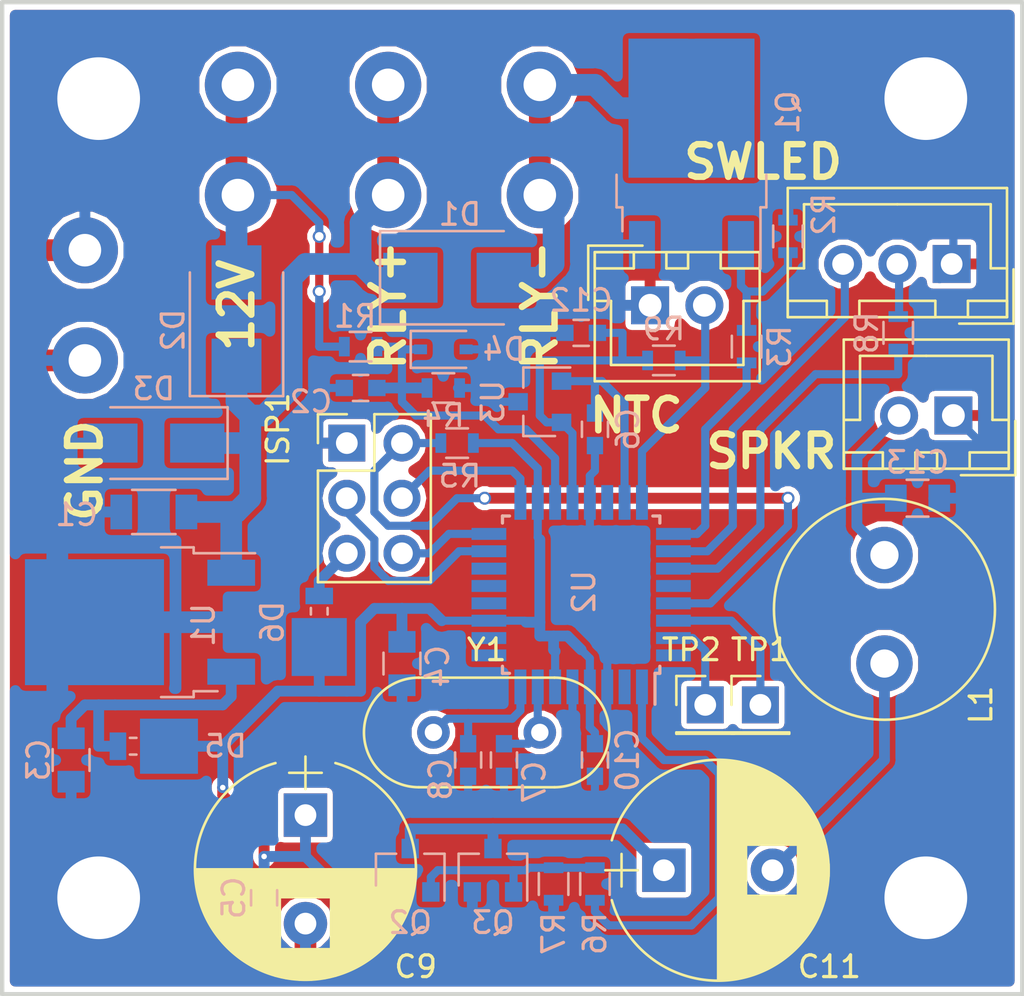
<source format=kicad_pcb>
(kicad_pcb (version 20171130) (host pcbnew 5.0.1-33cea8e~68~ubuntu16.04.1)
  (layers (0 F.Cu signal) (31 B.Cu signal) (36 B.SilkS user) (37 F.SilkS user) (38 B.Mask user) (39 F.Mask user) (44 Edge.Cuts user))
  (net 0 "")
  (net 1 "Net-(C1-Pad1)")
  (net 2 GNDD)
  (net 3 VBATDIV)
  (net 4 REFEN)
  (net 5 XTAL1)
  (net 6 XTAL2)
  (net 7 VCC)
  (net 8 VREF)
  (net 9 VNTC)
  (net 10 "Net-(Q2-Pad1)")
  (net 11 VOICE)
  (net 12 LED)
  (net 13 AUXVON)
  (net 14 "Net-(Q1-Pad1)")
  (net 15 /RST)
  (net 16 /12V)
  (net 17 SW)
  (net 18 "Net-(D6-Pad2)")
  (net 19 "Net-(TP1-Pad1)")
  (net 20 "Net-(TP2-Pad1)")
  (net 21 "Net-(C3-Pad1)")
  (net 22 "Net-(C11-Pad1)")
  (net 23 "Net-(C11-Pad2)")
  (net 24 "Net-(C13-Pad1)")
  (net 25 "Net-(D1-Pad2)")
  (net 26 "Net-(ISP1-Pad6)")
  (net 27 "Net-(ISP1-Pad4)")
  (net 28 "Net-(ISP1-Pad3)")
  (net 29 "Net-(R8-Pad1)")
  (net 30 "Net-(U2-Pad2)")
  (net 31 "Net-(U2-Pad9)")
  (net 32 "Net-(U2-Pad10)")
  (net 33 "Net-(U2-Pad12)")
  (net 34 "Net-(U2-Pad13)")
  (net 35 "Net-(U2-Pad14)")
  (net 36 "Net-(U2-Pad22)")
  (net 37 "Net-(U2-Pad28)")
  (net 38 "Net-(U2-Pad32)")
  (module Diodes_SMD:D_Powermite_AK (layer B.Cu) (at 128.27 101.4095 90)
    (fp_text reference D6 (at 0.4445 -2.159 90) (layer B.SilkS) (effects (justify mirror)))
    (fp_text value MBRM140T1)
    (pad 2 smd rect (at 1.6525 0 90) (size 0.762 1.27) (layers B.Cu B.Paste B.Mask) (net 18 "Net-(D6-Pad2)"))
    (pad 1 smd rect (at -0.6985 0 90) (size 2.67 2.54) (layers B.Cu B.Paste B.Mask) (net 7 VCC))
  )
  (module Diodes_SMD:D_Powermite_AK (layer B.Cu) (at 120.65 106.68 180)
    (fp_text reference D5 (at -3.302 0 180) (layer B.SilkS) (effects (justify mirror)))
    (fp_text value MBRM140T1)
    (pad 2 smd rect (at 1.6525 0 180) (size 0.762 1.27) (layers B.Cu B.Paste B.Mask) (net 21 "Net-(C3-Pad1)"))
    (pad 1 smd rect (at -0.6985 0 180) (size 2.67 2.54) (layers B.Cu B.Paste B.Mask) (net 7 VCC))
  )
  (module Pin_Headers:Pin_Header_Straight_1x01_Pitch2.54mm (layer F.Cu) (at 146.05 104.775)
    (fp_text reference TP2 (at -0.635 -2.54) (layer F.SilkS))
    (fp_text value TEST)
    (pad 1 thru_hole rect (at 0 0) (size 1.7 1.7) (drill 1) (layers *.Cu *.Mask) (net 20 "Net-(TP2-Pad1)"))
  )
  (module Pin_Headers:Pin_Header_Straight_1x01_Pitch2.54mm (layer F.Cu) (at 148.59 104.775)
    (fp_text reference TP1 (at 0 -2.54) (layer F.SilkS))
    (fp_text value TEST)
    (pad 1 thru_hole rect (at 0 0) (size 1.7 1.7) (drill 1) (layers *.Cu *.Mask) (net 19 "Net-(TP1-Pad1)"))
  )
  (module TO_SOT_Packages_SMD:TO-252-2 (layer B.Cu) (at 145.415 79.375 90)
    (fp_text reference Q1 (at 1.905 4.445 90) (layer B.SilkS) (effects (justify mirror)))
    (fp_text value DMN4040SK3-13)
    (pad 1 smd rect (at -4.2 2.28 90) (size 2.2 1.2) (layers B.Cu B.Paste B.Mask) (net 14 "Net-(Q1-Pad1)"))
    (pad 3 smd rect (at -4.2 -2.28 90) (size 2.2 1.2) (layers B.Cu B.Paste B.Mask) (net 2 GNDD))
    (pad 2 smd rect (at 2.1 0 90) (size 6.4 5.8) (layers B.Cu B.Mask) (net 25 "Net-(D1-Pad2)"))
    (pad 2 smd rect (at 3.775 -1.525 90) (size 3.05 2.75) (layers B.Cu B.Paste) (net 25 "Net-(D1-Pad2)"))
    (pad 2 smd rect (at 0.425 1.525 90) (size 3.05 2.75) (layers B.Cu B.Paste) (net 25 "Net-(D1-Pad2)"))
    (pad 2 smd rect (at 3.775 1.525 90) (size 3.05 2.75) (layers B.Cu B.Paste) (net 25 "Net-(D1-Pad2)"))
    (pad 2 smd rect (at 0.425 -1.525 90) (size 3.05 2.75) (layers B.Cu B.Paste) (net 25 "Net-(D1-Pad2)"))
  )
  (module Diodes_SMD:D_SMB (layer B.Cu) (at 134.62 85.09)
    (fp_text reference D1 (at 0.127 -2.921) (layer B.SilkS) (effects (justify mirror)))
    (fp_text value B230ADICT-ND)
    (pad 1 smd rect (at -2.15 0) (size 2.5 2.3) (layers B.Cu B.Paste B.Mask) (net 1 "Net-(C1-Pad1)"))
    (pad 2 smd rect (at 2.15 0) (size 2.5 2.3) (layers B.Cu B.Paste B.Mask) (net 25 "Net-(D1-Pad2)"))
  )
  (module Capacitors_THT:CP_Radial_D10.0mm_P5.00mm (layer F.Cu) (at 144.145 112.395)
    (fp_text reference C11 (at 7.62 4.445) (layer F.SilkS))
    (fp_text value 330uF)
    (pad 1 thru_hole rect (at 0 0) (size 2 2) (drill 1) (layers *.Cu *.Mask) (net 22 "Net-(C11-Pad1)"))
    (pad 2 thru_hole circle (at 5 0) (size 2 2) (drill 1) (layers *.Cu *.Mask) (net 23 "Net-(C11-Pad2)"))
  )
  (module Capacitors_SMD:C_0603 (layer B.Cu) (at 140.97 107.315 90)
    (fp_text reference C10 (at 0 1.5 90) (layer B.SilkS) (effects (justify mirror)))
    (fp_text value 100n)
    (pad 2 smd rect (at 0.75 0 90) (size 0.8 0.75) (layers B.Cu B.Paste B.Mask) (net 7 VCC))
    (pad 1 smd rect (at -0.75 0 90) (size 0.8 0.75) (layers B.Cu B.Paste B.Mask) (net 2 GNDD))
  )
  (module Crystals:Crystal_HC18-U_Vertical (layer F.Cu) (at 138.43 106.045 180)
    (fp_text reference Y1 (at 2.45 3.81 180) (layer F.SilkS))
    (fp_text value 16MHz)
    (pad 1 thru_hole circle (at 0 0 180) (size 1.5 1.5) (drill 0.8) (layers *.Cu *.Mask) (net 5 XTAL1))
    (pad 2 thru_hole circle (at 4.9 0 180) (size 1.5 1.5) (drill 0.8) (layers *.Cu *.Mask) (net 6 XTAL2))
  )
  (module TO_SOT_Packages_SMD:SOT-23 (layer B.Cu) (at 136.271 112.395 90)
    (fp_text reference Q3 (at -2.413 0 180) (layer B.SilkS) (effects (justify mirror)))
    (fp_text value SI2306)
    (pad 1 smd rect (at -1 0.95 90) (size 0.9 0.8) (layers B.Cu B.Paste B.Mask) (net 10 "Net-(Q2-Pad1)"))
    (pad 2 smd rect (at -1 -0.95 90) (size 0.9 0.8) (layers B.Cu B.Paste B.Mask) (net 2 GNDD))
    (pad 3 smd rect (at 1 0 90) (size 0.9 0.8) (layers B.Cu B.Paste B.Mask) (net 22 "Net-(C11-Pad1)"))
  )
  (module Capacitors_SMD:C_1206 (layer B.Cu) (at 120.65 95.885 180)
    (fp_text reference C1 (at 3.556 -0.127 180) (layer B.SilkS) (effects (justify mirror)))
    (fp_text value 10uF/35V)
    (pad 1 smd rect (at -1.5 0 180) (size 1 1.6) (layers B.Cu B.Paste B.Mask) (net 1 "Net-(C1-Pad1)"))
    (pad 2 smd rect (at 1.5 0 180) (size 1 1.6) (layers B.Cu B.Paste B.Mask) (net 2 GNDD))
  )
  (module Capacitors_SMD:C_0603 (layer B.Cu) (at 125.73 113.665 270)
    (fp_text reference C5 (at 0 1.397 270) (layer B.SilkS) (effects (justify mirror)))
    (fp_text value 100n)
    (pad 2 smd rect (at 0.75 0 270) (size 0.8 0.75) (layers B.Cu B.Paste B.Mask) (net 2 GNDD))
    (pad 1 smd rect (at -0.75 0 270) (size 0.8 0.75) (layers B.Cu B.Paste B.Mask) (net 7 VCC))
  )
  (module Capacitors_SMD:C_0603 (layer B.Cu) (at 135.128 107.315 90)
    (fp_text reference C8 (at -0.889 -1.27 90) (layer B.SilkS) (effects (justify mirror)))
    (fp_text value 22p)
    (pad 2 smd rect (at 0.75 0 90) (size 0.8 0.75) (layers B.Cu B.Paste B.Mask) (net 6 XTAL2))
    (pad 1 smd rect (at -0.75 0 90) (size 0.8 0.75) (layers B.Cu B.Paste B.Mask) (net 2 GNDD))
  )
  (module Capacitors_SMD:C_0603 (layer B.Cu) (at 140.335 87.63 180)
    (fp_text reference C12 (at 0 1.5 180) (layer B.SilkS) (effects (justify mirror)))
    (fp_text value 1uF)
    (pad 2 smd rect (at 0.75 0 180) (size 0.8 0.75) (layers B.Cu B.Paste B.Mask) (net 2 GNDD))
    (pad 1 smd rect (at -0.75 0 180) (size 0.8 0.75) (layers B.Cu B.Paste B.Mask) (net 8 VREF))
  )
  (module Diodes_SMD:D_SOD-323 (layer B.Cu) (at 133.985 88.392)
    (fp_text reference D4 (at 2.794 0 180) (layer B.SilkS) (effects (justify mirror)))
    (fp_text value MA8051CT)
    (pad 1 smd rect (at -1.05 0) (size 0.6 0.45) (layers B.Cu B.Paste B.Mask) (net 3 VBATDIV))
    (pad 2 smd rect (at 1.05 0) (size 0.6 0.45) (layers B.Cu B.Paste B.Mask) (net 2 GNDD))
  )
  (module Inductors_THT:L_Radial_D10.0mm_P5.00mm_Fastron_07M (layer F.Cu) (at 154.305 102.87 90)
    (fp_text reference L1 (at -1.905 4.445 90) (layer F.SilkS))
    (fp_text value 330uH)
    (pad 1 thru_hole circle (at 0 0 90) (size 2.6 2.6) (drill 1.3) (layers *.Cu *.Mask) (net 23 "Net-(C11-Pad2)"))
    (pad 2 thru_hole circle (at 5 0 90) (size 2.6 2.6) (drill 1.3) (layers *.Cu *.Mask) (net 24 "Net-(C13-Pad1)"))
  )
  (module TO_SOT_Packages_SMD:SOT-23 (layer B.Cu) (at 132.461 112.395 90)
    (fp_text reference Q2 (at -2.413 0 180) (layer B.SilkS) (effects (justify mirror)))
    (fp_text value DMP3056L)
    (pad 1 smd rect (at -1 0.95 90) (size 0.9 0.8) (layers B.Cu B.Paste B.Mask) (net 10 "Net-(Q2-Pad1)"))
    (pad 2 smd rect (at -1 -0.95 90) (size 0.9 0.8) (layers B.Cu B.Paste B.Mask) (net 7 VCC))
    (pad 3 smd rect (at 1 0 90) (size 0.9 0.8) (layers B.Cu B.Paste B.Mask) (net 22 "Net-(C11-Pad1)"))
  )
  (module Resistors_SMD:R_0603 (layer B.Cu) (at 130.175 88.265 180)
    (fp_text reference R1 (at 0.254 1.397 180) (layer B.SilkS) (effects (justify mirror)))
    (fp_text value 43.2k/0.1%)
    (pad 1 smd rect (at -0.75 0 180) (size 0.5 0.9) (layers B.Cu B.Paste B.Mask) (net 3 VBATDIV))
    (pad 2 smd rect (at 0.75 0 180) (size 0.5 0.9) (layers B.Cu B.Paste B.Mask) (net 16 /12V))
  )
  (module Resistors_SMD:R_0603 (layer B.Cu) (at 149.86 83.185 270)
    (fp_text reference R2 (at -1.016 -1.651 270) (layer B.SilkS) (effects (justify mirror)))
    (fp_text value 10k)
    (pad 1 smd rect (at -0.75 0 270) (size 0.5 0.9) (layers B.Cu B.Paste B.Mask) (net 2 GNDD))
    (pad 2 smd rect (at 0.75 0 270) (size 0.5 0.9) (layers B.Cu B.Paste B.Mask) (net 14 "Net-(Q1-Pad1)"))
  )
  (module Resistors_SMD:R_0603 (layer B.Cu) (at 147.955 88.265 90)
    (fp_text reference R3 (at 0 1.524 90) (layer B.SilkS) (effects (justify mirror)))
    (fp_text value 150)
    (pad 1 smd rect (at -0.75 0 90) (size 0.5 0.9) (layers B.Cu B.Paste B.Mask) (net 13 AUXVON))
    (pad 2 smd rect (at 0.75 0 90) (size 0.5 0.9) (layers B.Cu B.Paste B.Mask) (net 14 "Net-(Q1-Pad1)"))
  )
  (module Resistors_SMD:R_0603 (layer B.Cu) (at 133.985 90.17)
    (fp_text reference R4 (at 0 1.27) (layer B.SilkS) (effects (justify mirror)))
    (fp_text value 8.25k/0.1%)
    (pad 1 smd rect (at -0.75 0) (size 0.5 0.9) (layers B.Cu B.Paste B.Mask) (net 3 VBATDIV))
    (pad 2 smd rect (at 0.75 0) (size 0.5 0.9) (layers B.Cu B.Paste B.Mask) (net 2 GNDD))
  )
  (module Resistors_SMD:R_0603 (layer B.Cu) (at 134.62 92.71 180)
    (fp_text reference R5 (at -0.127 -1.524 180) (layer B.SilkS) (effects (justify mirror)))
    (fp_text value 10k)
    (pad 1 smd rect (at -0.75 0 180) (size 0.5 0.9) (layers B.Cu B.Paste B.Mask) (net 7 VCC))
    (pad 2 smd rect (at 0.75 0 180) (size 0.5 0.9) (layers B.Cu B.Paste B.Mask) (net 15 /RST))
  )
  (module Resistors_SMD:R_0603 (layer B.Cu) (at 140.97 113.03 270)
    (fp_text reference R6 (at 2.286 0 270) (layer B.SilkS) (effects (justify mirror)))
    (fp_text value 150)
    (pad 1 smd rect (at -0.75 0 270) (size 0.5 0.9) (layers B.Cu B.Paste B.Mask) (net 10 "Net-(Q2-Pad1)"))
    (pad 2 smd rect (at 0.75 0 270) (size 0.5 0.9) (layers B.Cu B.Paste B.Mask) (net 11 VOICE))
  )
  (module Resistors_SMD:R_0603 (layer B.Cu) (at 139.065 113.03 90)
    (fp_text reference R7 (at -2.286 0 90) (layer B.SilkS) (effects (justify mirror)))
    (fp_text value 10k)
    (pad 1 smd rect (at -0.75 0 90) (size 0.5 0.9) (layers B.Cu B.Paste B.Mask) (net 2 GNDD))
    (pad 2 smd rect (at 0.75 0 90) (size 0.5 0.9) (layers B.Cu B.Paste B.Mask) (net 10 "Net-(Q2-Pad1)"))
  )
  (module Resistors_SMD:R_0603 (layer B.Cu) (at 154.94 87.63 270)
    (fp_text reference R8 (at 0 1.45 270) (layer B.SilkS) (effects (justify mirror)))
    (fp_text value 150)
    (pad 1 smd rect (at -0.75 0 270) (size 0.5 0.9) (layers B.Cu B.Paste B.Mask) (net 29 "Net-(R8-Pad1)"))
    (pad 2 smd rect (at 0.75 0 270) (size 0.5 0.9) (layers B.Cu B.Paste B.Mask) (net 12 LED))
  )
  (module Resistors_SMD:R_0603 (layer B.Cu) (at 144.145 88.9 180)
    (fp_text reference R9 (at 0 1.45 180) (layer B.SilkS) (effects (justify mirror)))
    (fp_text value 2.4k/0.1%)
    (pad 1 smd rect (at -0.75 0 180) (size 0.5 0.9) (layers B.Cu B.Paste B.Mask) (net 9 VNTC))
    (pad 2 smd rect (at 0.75 0 180) (size 0.5 0.9) (layers B.Cu B.Paste B.Mask) (net 8 VREF))
  )
  (module Housings_QFP:TQFP-32_7x7mm_Pitch0.8mm (layer B.Cu) (at 140.335 99.695 90)
    (fp_text reference U2 (at 0.127 0.127 90) (layer B.SilkS) (effects (justify mirror)))
    (fp_text value ATMEGA328P-AN)
    (pad 1 smd rect (at -4.25 2.8 90) (size 1.6 0.55) (layers B.Cu B.Paste B.Mask) (net 11 VOICE))
    (pad 2 smd rect (at -4.25 2 90) (size 1.6 0.55) (layers B.Cu B.Paste B.Mask) (net 30 "Net-(U2-Pad2)"))
    (pad 3 smd rect (at -4.25 1.2 90) (size 1.6 0.55) (layers B.Cu B.Paste B.Mask) (net 2 GNDD))
    (pad 4 smd rect (at -4.25 0.4 90) (size 1.6 0.55) (layers B.Cu B.Paste B.Mask) (net 7 VCC))
    (pad 5 smd rect (at -4.25 -0.4 90) (size 1.6 0.55) (layers B.Cu B.Paste B.Mask) (net 2 GNDD))
    (pad 6 smd rect (at -4.25 -1.2 90) (size 1.6 0.55) (layers B.Cu B.Paste B.Mask) (net 7 VCC))
    (pad 7 smd rect (at -4.25 -2 90) (size 1.6 0.55) (layers B.Cu B.Paste B.Mask) (net 5 XTAL1))
    (pad 8 smd rect (at -4.25 -2.8 90) (size 1.6 0.55) (layers B.Cu B.Paste B.Mask) (net 6 XTAL2))
    (pad 9 smd rect (at -2.8 -4.25) (size 1.6 0.55) (layers B.Cu B.Paste B.Mask) (net 31 "Net-(U2-Pad9)"))
    (pad 10 smd rect (at -2 -4.25) (size 1.6 0.55) (layers B.Cu B.Paste B.Mask) (net 32 "Net-(U2-Pad10)"))
    (pad 11 smd rect (at -1.2 -4.25) (size 1.6 0.55) (layers B.Cu B.Paste B.Mask) (net 7 VCC))
    (pad 12 smd rect (at -0.4 -4.25) (size 1.6 0.55) (layers B.Cu B.Paste B.Mask) (net 33 "Net-(U2-Pad12)"))
    (pad 13 smd rect (at 0.4 -4.25) (size 1.6 0.55) (layers B.Cu B.Paste B.Mask) (net 34 "Net-(U2-Pad13)"))
    (pad 14 smd rect (at 1.2 -4.25) (size 1.6 0.55) (layers B.Cu B.Paste B.Mask) (net 35 "Net-(U2-Pad14)"))
    (pad 15 smd rect (at 2 -4.25) (size 1.6 0.55) (layers B.Cu B.Paste B.Mask) (net 28 "Net-(ISP1-Pad3)"))
    (pad 16 smd rect (at 2.8 -4.25) (size 1.6 0.55) (layers B.Cu B.Paste B.Mask) (net 26 "Net-(ISP1-Pad6)"))
    (pad 17 smd rect (at 4.25 -2.8 90) (size 1.6 0.55) (layers B.Cu B.Paste B.Mask) (net 27 "Net-(ISP1-Pad4)"))
    (pad 18 smd rect (at 4.25 -2 90) (size 1.6 0.55) (layers B.Cu B.Paste B.Mask) (net 7 VCC))
    (pad 19 smd rect (at 4.25 -1.2 90) (size 1.6 0.55) (layers B.Cu B.Paste B.Mask) (net 3 VBATDIV))
    (pad 20 smd rect (at 4.25 -0.4 90) (size 1.6 0.55) (layers B.Cu B.Paste B.Mask) (net 8 VREF))
    (pad 21 smd rect (at 4.25 0.4 90) (size 1.6 0.55) (layers B.Cu B.Paste B.Mask) (net 2 GNDD))
    (pad 22 smd rect (at 4.25 1.2 90) (size 1.6 0.55) (layers B.Cu B.Paste B.Mask) (net 36 "Net-(U2-Pad22)"))
    (pad 23 smd rect (at 4.25 2 90) (size 1.6 0.55) (layers B.Cu B.Paste B.Mask) (net 4 REFEN))
    (pad 24 smd rect (at 4.25 2.8 90) (size 1.6 0.55) (layers B.Cu B.Paste B.Mask) (net 9 VNTC))
    (pad 25 smd rect (at 2.8 4.25) (size 1.6 0.55) (layers B.Cu B.Paste B.Mask) (net 13 AUXVON))
    (pad 26 smd rect (at 2 4.25) (size 1.6 0.55) (layers B.Cu B.Paste B.Mask) (net 17 SW))
    (pad 27 smd rect (at 1.2 4.25) (size 1.6 0.55) (layers B.Cu B.Paste B.Mask) (net 12 LED))
    (pad 28 smd rect (at 0.4 4.25) (size 1.6 0.55) (layers B.Cu B.Paste B.Mask) (net 37 "Net-(U2-Pad28)"))
    (pad 29 smd rect (at -0.4 4.25) (size 1.6 0.55) (layers B.Cu B.Paste B.Mask) (net 15 /RST))
    (pad 30 smd rect (at -1.2 4.25) (size 1.6 0.55) (layers B.Cu B.Paste B.Mask) (net 19 "Net-(TP1-Pad1)"))
    (pad 31 smd rect (at -2 4.25) (size 1.6 0.55) (layers B.Cu B.Paste B.Mask) (net 20 "Net-(TP2-Pad1)"))
    (pad 32 smd rect (at -2.8 4.25) (size 1.6 0.55) (layers B.Cu B.Paste B.Mask) (net 38 "Net-(U2-Pad32)"))
  )
  (module TO_SOT_Packages_SMD:SOT-23 (layer B.Cu) (at 138.43 90.805 180)
    (fp_text reference U3 (at 2.159 0 270) (layer B.SilkS) (effects (justify mirror)))
    (fp_text value MCP1525T)
    (pad 1 smd rect (at -1 0.95 180) (size 0.9 0.8) (layers B.Cu B.Paste B.Mask) (net 4 REFEN))
    (pad 2 smd rect (at -1 -0.95 180) (size 0.9 0.8) (layers B.Cu B.Paste B.Mask) (net 8 VREF))
    (pad 3 smd rect (at 1 0 180) (size 0.9 0.8) (layers B.Cu B.Paste B.Mask) (net 2 GNDD))
  )
  (module TO_SOT_Packages_SMD:TO-252-2 (layer B.Cu) (at 120.015 100.965 180)
    (fp_text reference U1 (at -2.921 -0.127 270) (layer B.SilkS) (effects (justify mirror)))
    (fp_text value L7805)
    (pad 1 smd rect (at -4.2 2.28 180) (size 2.2 1.2) (layers B.Cu B.Paste B.Mask) (net 1 "Net-(C1-Pad1)"))
    (pad 3 smd rect (at -4.2 -2.28 180) (size 2.2 1.2) (layers B.Cu B.Paste B.Mask) (net 21 "Net-(C3-Pad1)"))
    (pad 2 smd rect (at 2.1 0 180) (size 6.4 5.8) (layers B.Cu B.Mask) (net 2 GNDD))
    (pad 2 smd rect (at 3.775 -1.525 180) (size 3.05 2.75) (layers B.Cu B.Paste) (net 2 GNDD))
    (pad 2 smd rect (at 0.425 1.525 180) (size 3.05 2.75) (layers B.Cu B.Paste) (net 2 GNDD))
    (pad 2 smd rect (at 3.775 1.525 180) (size 3.05 2.75) (layers B.Cu B.Paste) (net 2 GNDD))
    (pad 2 smd rect (at 0.425 -1.525 180) (size 3.05 2.75) (layers B.Cu B.Paste) (net 2 GNDD))
  )
  (module Capacitors_SMD:C_0805 (layer B.Cu) (at 132.08 102.87 270)
    (fp_text reference C4 (at 0.127 -1.651 270) (layer B.SilkS) (effects (justify mirror)))
    (fp_text value 47uF)
    (pad 1 smd rect (at -1 0 270) (size 1 1.25) (layers B.Cu B.Paste B.Mask) (net 7 VCC))
    (pad 2 smd rect (at 1 0 270) (size 1 1.25) (layers B.Cu B.Paste B.Mask) (net 2 GNDD))
  )
  (module Capacitors_SMD:C_0603 (layer B.Cu) (at 136.779 107.315 90)
    (fp_text reference C7 (at -1.016 1.397 90) (layer B.SilkS) (effects (justify mirror)))
    (fp_text value 22p)
    (pad 1 smd rect (at -0.75 0 90) (size 0.8 0.75) (layers B.Cu B.Paste B.Mask) (net 2 GNDD))
    (pad 2 smd rect (at 0.75 0 90) (size 0.8 0.75) (layers B.Cu B.Paste B.Mask) (net 5 XTAL1))
  )
  (module Pin_Headers:Pin_Header_Straight_2x03_Pitch2.54mm (layer F.Cu) (at 129.54 92.71)
    (fp_text reference ISP1 (at -3.175 -0.635 90) (layer F.SilkS))
    (fp_text value "Header 2x3 2.54")
    (pad 6 thru_hole oval (at 2.54 5.08) (size 1.7 1.7) (drill 1) (layers *.Cu *.Mask) (net 26 "Net-(ISP1-Pad6)"))
    (pad 5 thru_hole oval (at 0 5.08) (size 1.7 1.7) (drill 1) (layers *.Cu *.Mask) (net 18 "Net-(D6-Pad2)"))
    (pad 4 thru_hole oval (at 2.54 2.54) (size 1.7 1.7) (drill 1) (layers *.Cu *.Mask) (net 27 "Net-(ISP1-Pad4)"))
    (pad 3 thru_hole oval (at 0 2.54) (size 1.7 1.7) (drill 1) (layers *.Cu *.Mask) (net 28 "Net-(ISP1-Pad3)"))
    (pad 2 thru_hole oval (at 2.54 0) (size 1.7 1.7) (drill 1) (layers *.Cu *.Mask) (net 15 /RST))
    (pad 1 thru_hole rect (at 0 0) (size 1.7 1.7) (drill 1) (layers *.Cu *.Mask) (net 2 GNDD))
  )
  (module Connectors_JST:JST_XH_B02B-XH-A_02x2.50mm_Straight (layer F.Cu) (at 143.51 86.36)
    (fp_text reference NTC1 hide)
    (fp_text value Conn_01x02)
    (pad 2 thru_hole circle (at 2.5 0) (size 1.75 1.75) (drill 1.05) (layers *.Cu *.Mask) (net 9 VNTC))
    (pad 1 thru_hole rect (at 0 0) (size 1.75 1.75) (drill 1.05) (layers *.Cu *.Mask) (net 2 GNDD))
  )
  (module Connectors_JST:JST_XH_B02B-XH-A_02x2.50mm_Straight (layer F.Cu) (at 157.48 91.44 180)
    (fp_text reference SPKR1 hide)
    (fp_text value Conn_01x02)
    (pad 1 thru_hole rect (at 0 0 180) (size 1.75 1.75) (drill 1.05) (layers *.Cu *.Mask) (net 2 GNDD))
    (pad 2 thru_hole circle (at 2.5 0 180) (size 1.75 1.75) (drill 1.05) (layers *.Cu *.Mask) (net 24 "Net-(C13-Pad1)"))
  )
  (module Connectors_JST:JST_XH_B03B-XH-A_03x2.50mm_Straight (layer F.Cu) (at 157.4 84.455 180)
    (fp_text reference SWLED1 hide)
    (fp_text value Conn_01x03)
    (pad 3 thru_hole circle (at 5 0 180) (size 1.75 1.75) (drill 1) (layers *.Cu *.Mask) (net 17 SW))
    (pad 2 thru_hole circle (at 2.5 0 180) (size 1.75 1.75) (drill 1) (layers *.Cu *.Mask) (net 29 "Net-(R8-Pad1)"))
    (pad 1 thru_hole rect (at 0 0 180) (size 1.75 1.75) (drill 1) (layers *.Cu *.Mask) (net 2 GNDD))
  )
  (module Capacitors_SMD:C_0603 (layer B.Cu) (at 130.175 90.17 180)
    (fp_text reference C2 (at 2.286 -0.635 180) (layer B.SilkS) (effects (justify mirror)))
    (fp_text value 100n)
    (pad 2 smd rect (at 0.75 0 180) (size 0.8 0.75) (layers B.Cu B.Paste B.Mask) (net 2 GNDD))
    (pad 1 smd rect (at -0.75 0 180) (size 0.8 0.75) (layers B.Cu B.Paste B.Mask) (net 3 VBATDIV))
  )
  (module Capacitors_SMD:C_0805 (layer B.Cu) (at 116.84 107.315 270)
    (fp_text reference C3 (at 0 1.5 270) (layer B.SilkS) (effects (justify mirror)))
    (fp_text value 10uF)
    (pad 2 smd rect (at 1 0 270) (size 1 1.25) (layers B.Cu B.Paste B.Mask) (net 2 GNDD))
    (pad 1 smd rect (at -1 0 270) (size 1 1.25) (layers B.Cu B.Paste B.Mask) (net 21 "Net-(C3-Pad1)"))
  )
  (module Capacitors_SMD:C_0603 (layer B.Cu) (at 140.97 92.075 270)
    (fp_text reference C6 (at 0 -1.524 270) (layer B.SilkS) (effects (justify mirror)))
    (fp_text value 100n)
    (pad 1 smd rect (at -0.75 0 270) (size 0.8 0.75) (layers B.Cu B.Paste B.Mask) (net 4 REFEN))
    (pad 2 smd rect (at 0.75 0 270) (size 0.8 0.75) (layers B.Cu B.Paste B.Mask) (net 2 GNDD))
  )
  (module Capacitors_THT:CP_Radial_D10.0mm_P5.00mm (layer F.Cu) (at 127.635 109.855 270)
    (fp_text reference C9 (at 6.985 -5.08 180) (layer F.SilkS))
    (fp_text value 330uF)
    (pad 2 thru_hole circle (at 5 0 270) (size 2 2) (drill 1) (layers *.Cu *.Mask) (net 2 GNDD))
    (pad 1 thru_hole rect (at 0 0 270) (size 2 2) (drill 1) (layers *.Cu *.Mask) (net 7 VCC))
  )
  (module Capacitors_SMD:C_0805 (layer B.Cu) (at 155.829 95.25)
    (fp_text reference C13 (at 0 -1.651) (layer B.SilkS) (effects (justify mirror)))
    (fp_text value 10uF/25V)
    (pad 1 smd rect (at -1 0) (size 1 1.25) (layers B.Cu B.Paste B.Mask) (net 24 "Net-(C13-Pad1)"))
    (pad 2 smd rect (at 1 0) (size 1 1.25) (layers B.Cu B.Paste B.Mask) (net 2 GNDD))
  )
  (module Diodes_SMD:D_SMB (layer B.Cu) (at 124.46 86.995 90)
    (fp_text reference D2 (at -0.508 -2.921 90) (layer B.SilkS) (effects (justify mirror)))
    (fp_text value S3JB)
    (pad 2 smd rect (at 2.15 0 90) (size 2.5 2.3) (layers B.Cu B.Paste B.Mask) (net 16 /12V))
    (pad 1 smd rect (at -2.15 0 90) (size 2.5 2.3) (layers B.Cu B.Paste B.Mask) (net 1 "Net-(C1-Pad1)"))
  )
  (module Diodes_SMD:D_SMA (layer B.Cu) (at 120.65 92.71 180)
    (fp_text reference D3 (at 0 2.5 180) (layer B.SilkS) (effects (justify mirror)))
    (fp_text value TPSMA6L16A)
    (pad 2 smd rect (at 2 0 180) (size 2.5 1.8) (layers B.Cu B.Paste B.Mask) (net 2 GNDD))
    (pad 1 smd rect (at -2 0 180) (size 2.5 1.8) (layers B.Cu B.Paste B.Mask) (net 1 "Net-(C1-Pad1)"))
  )
  (module QUICKCONNECT-TAB-6.35X0.81 (layer F.Cu) (at 138.43 78.74 270)
    (fp_text reference QC1)
    (fp_text value RELAY- hide)
    (pad 2 thru_hole circle (at 2.54 0 270) (size 3.048 3.048) (drill 1.5) (layers *.Cu *.Mask) (net 25 "Net-(D1-Pad2)"))
    (pad 1 thru_hole circle (at -2.54 0 270) (size 3.048 3.048) (drill 1.5) (layers *.Cu *.Mask) (net 25 "Net-(D1-Pad2)"))
  )
  (module QUICKCONNECT-TAB-6.35X0.81 (layer F.Cu) (at 131.445 78.74 90)
    (fp_text reference QC2)
    (fp_text value RELAY+ hide)
    (pad 1 thru_hole circle (at -2.54 0 90) (size 3.048 3.048) (drill 1.5) (layers *.Cu *.Mask) (net 1 "Net-(C1-Pad1)"))
    (pad 2 thru_hole circle (at 2.54 0 90) (size 3.048 3.048) (drill 1.5) (layers *.Cu *.Mask) (net 1 "Net-(C1-Pad1)"))
  )
  (module QUICKCONNECT-TAB-6.35X0.81 (layer F.Cu) (at 124.523501 78.74 90)
    (fp_text reference QC3)
    (fp_text value 12V hide)
    (pad 2 thru_hole circle (at 2.54 0 90) (size 3.048 3.048) (drill 1.5) (layers *.Cu *.Mask) (net 16 /12V))
    (pad 1 thru_hole circle (at -2.54 0 90) (size 3.048 3.048) (drill 1.5) (layers *.Cu *.Mask) (net 16 /12V))
  )
  (module QUICKCONNECT-TAB-6.35X0.81 (layer F.Cu) (at 117.475 86.36 90)
    (fp_text reference QC4)
    (fp_text value GND hide)
    (pad 1 thru_hole circle (at -2.54 0 90) (size 3.048 3.048) (drill 1.5) (layers *.Cu *.Mask) (net 2 GNDD))
    (pad 2 thru_hole circle (at 2.54 0 90) (size 3.048 3.048) (drill 1.5) (layers *.Cu *.Mask) (net 2 GNDD))
  )
  (gr_text SWLED (at 148.717 79.756) (layer F.SilkS) (effects (font (size 1.5 1.5) (thickness 0.3))))
  (gr_text SPKR (at 149.098 93.091) (layer F.SilkS) (effects (font (size 1.5 1.5) (thickness 0.3))))
  (gr_text NTC (at 142.875 91.44) (layer F.SilkS) (effects (font (size 1.5 1.5) (thickness 0.3))))
  (gr_text RLY- (at 138.43 86.36 90) (layer F.SilkS) (effects (font (size 1.5 1.5) (thickness 0.3))))
  (gr_text RLY+ (at 131.445 86.36 90) (layer F.SilkS) (effects (font (size 1.5 1.5) (thickness 0.3))))
  (gr_text 12V (at 124.46 86.36 90) (layer F.SilkS) (effects (font (size 1.5 1.5) (thickness 0.3))))
  (gr_text GND (at 117.475 93.98 90) (layer F.SilkS) (effects (font (size 1.5 1.5) (thickness 0.3))))
  (gr_line (start 113.665 118.11) (end 113.665 72.39) (layer Edge.Cuts) (width 0.2))
  (gr_line (start 160.655 118.11) (end 113.665 118.11) (layer Edge.Cuts) (width 0.2))
  (gr_line (start 160.655 72.39) (end 160.655 118.11) (layer Edge.Cuts) (width 0.2))
  (gr_line (start 113.665 72.39) (end 160.655 72.39) (layer Edge.Cuts) (width 0.2))
  (segment (start 132.47 85.09) (end 130.81 85.09) (width 1) (layer B.Cu) (net 1))
  (segment (start 130.81 85.09) (end 130.175 84.455) (width 1) (layer B.Cu) (net 1))
  (segment (start 124.215 98.685) (end 124.215 95.885) (width 1) (layer B.Cu) (net 1))
  (segment (start 124.215 95.885) (end 124.46 95.885) (width 1) (layer B.Cu) (net 1))
  (segment (start 125.095 91.44) (end 125.73 91.44) (width 1) (layer B.Cu) (net 1))
  (segment (start 127.635 84.455) (end 130.175 84.455) (width 1) (layer B.Cu) (net 1))
  (segment (start 127 85.09) (end 127.635 84.455) (width 1) (layer B.Cu) (net 1))
  (segment (start 127 90.17) (end 127 85.09) (width 1) (layer B.Cu) (net 1))
  (segment (start 125.73 91.44) (end 127 90.17) (width 1) (layer B.Cu) (net 1))
  (segment (start 131.445 81.28) (end 130.175 82.55) (width 1) (layer B.Cu) (net 1))
  (segment (start 130.175 82.55) (end 130.175 84.455) (width 1) (layer B.Cu) (net 1))
  (segment (start 122.15 95.885) (end 124.46 95.885) (width 1) (layer B.Cu) (net 1))
  (segment (start 124.46 95.885) (end 125.095 95.25) (width 1) (layer B.Cu) (net 1))
  (segment (start 125.095 95.25) (end 125.095 92.71) (width 1) (layer B.Cu) (net 1))
  (segment (start 122.65 92.71) (end 125.095 92.71) (width 1) (layer B.Cu) (net 1))
  (segment (start 124.46 90.805) (end 124.46 89.145) (width 1) (layer B.Cu) (net 1))
  (segment (start 125.095 91.44) (end 124.46 90.805) (width 1) (layer B.Cu) (net 1))
  (segment (start 125.095 92.71) (end 125.095 91.44) (width 1) (layer B.Cu) (net 1))
  (segment (start 131.445 81.28) (end 131.445 76.2) (width 1) (layer F.Cu) (net 1))
  (segment (start 129.54 92.71) (end 127.762 92.71) (width 0.5) (layer B.Cu) (net 2))
  (segment (start 125.095 100.965) (end 125.476 100.584) (width 1) (layer B.Cu) (net 2))
  (segment (start 125.095 100.965) (end 117.915 100.965) (width 1) (layer B.Cu) (net 2))
  (segment (start 126.492 99.568) (end 125.476 100.584) (width 0.5) (layer B.Cu) (net 2))
  (segment (start 126.492 93.98) (end 126.492 99.568) (width 0.5) (layer B.Cu) (net 2))
  (segment (start 127.762 92.71) (end 126.492 93.98) (width 0.5) (layer B.Cu) (net 2))
  (segment (start 136.779 108.065) (end 136.779 109.22) (width 0.375) (layer B.Cu) (net 2))
  (segment (start 136.779 109.22) (end 136.525 109.22) (width 0.375) (layer B.Cu) (net 2))
  (segment (start 135.128 108.065) (end 135.128 109.22) (width 0.375) (layer B.Cu) (net 2))
  (segment (start 135.128 109.22) (end 135.255 109.22) (width 0.375) (layer B.Cu) (net 2))
  (segment (start 130.81 107.95) (end 128.27 107.95) (width 0.5) (layer B.Cu) (net 2))
  (segment (start 128.27 107.95) (end 126.365 107.95) (width 0.5) (layer B.Cu) (net 2))
  (segment (start 135.763 109.22) (end 135.255 109.22) (width 0.5) (layer B.Cu) (net 2))
  (segment (start 135.255 109.22) (end 132.08 109.22) (width 0.5) (layer B.Cu) (net 2))
  (segment (start 132.08 109.22) (end 130.81 107.95) (width 0.5) (layer B.Cu) (net 2))
  (segment (start 122.555 111.76) (end 114.935 111.76) (width 0.5) (layer B.Cu) (net 2))
  (segment (start 126.365 107.95) (end 122.555 111.76) (width 0.5) (layer B.Cu) (net 2))
  (segment (start 125.73 114.415) (end 125.73 116.205) (width 0.5) (layer B.Cu) (net 2))
  (segment (start 135.321 114.62) (end 135.321 116.203848) (width 0.5) (layer B.Cu) (net 2))
  (segment (start 135.321 113.395) (end 135.321 114.62) (width 0.5) (layer B.Cu) (net 2))
  (segment (start 135.255 116.205) (end 135.255 116.203848) (width 0.5) (layer B.Cu) (net 2))
  (segment (start 135.319848 116.205) (end 135.255 116.205) (width 0.5) (layer B.Cu) (net 2))
  (segment (start 135.321 116.203848) (end 135.319848 116.205) (width 0.5) (layer B.Cu) (net 2))
  (segment (start 139.065 113.78) (end 139.065 116.204368) (width 0.5) (layer B.Cu) (net 2))
  (segment (start 139.065 116.204368) (end 139.065 116.205) (width 0.5) (layer B.Cu) (net 2))
  (segment (start 139.065 116.205) (end 139.065 116.204368) (width 0.5) (layer B.Cu) (net 2))
  (segment (start 116.84 108.315) (end 116.84 110.49) (width 0.5) (layer B.Cu) (net 2))
  (segment (start 135.928239 116.203848) (end 139.065 116.204368) (width 1) (layer B.Cu) (net 2))
  (segment (start 139.065 116.204368) (end 142.875 116.205) (width 1) (layer B.Cu) (net 2))
  (segment (start 135.255 116.203848) (end 135.928239 116.203848) (width 0.5) (layer B.Cu) (net 2))
  (segment (start 125.73 116.205) (end 114.935 116.205) (width 0.5) (layer B.Cu) (net 2))
  (segment (start 114.935 111.76) (end 114.935 110.49) (width 0.5) (layer B.Cu) (net 2))
  (segment (start 137.414 109.22) (end 140.97 109.22) (width 0.375) (layer B.Cu) (net 2))
  (segment (start 135.763 109.22) (end 136.525 109.22) (width 0.375) (layer B.Cu) (net 2))
  (segment (start 136.525 109.22) (end 137.414 109.22) (width 0.375) (layer B.Cu) (net 2))
  (segment (start 139.935 109.22) (end 140.335 109.22) (width 0.375) (layer B.Cu) (net 2))
  (segment (start 139.935 108.585) (end 139.935 109.22) (width 0.375) (layer B.Cu) (net 2))
  (segment (start 140.335 109.22) (end 140.335 109.22) (width 0.375) (layer B.Cu) (net 2))
  (segment (start 140.335 109.22) (end 140.97 109.22) (width 0.375) (layer B.Cu) (net 2))
  (segment (start 141.605 109.22) (end 140.97 109.22) (width 0.375) (layer B.Cu) (net 2))
  (segment (start 140.97 109.22) (end 140.97 108.065) (width 0.375) (layer B.Cu) (net 2))
  (segment (start 158.75 116.205) (end 158.75 115.57) (width 1) (layer B.Cu) (net 2))
  (segment (start 142.875 116.205) (end 158.75 116.205) (width 1) (layer B.Cu) (net 2))
  (segment (start 116.205 102.675) (end 116.205 104.14) (width 1) (layer B.Cu) (net 2))
  (segment (start 114.935 110.49) (end 116.84 110.49) (width 0.5) (layer B.Cu) (net 2))
  (segment (start 115.57 104.775) (end 116.205 104.14) (width 0.5) (layer B.Cu) (net 2))
  (segment (start 115.57 104.775) (end 115.57 104.775) (width 0.5) (layer B.Cu) (net 2))
  (segment (start 114.935 105.41) (end 115.57 104.775) (width 0.5) (layer B.Cu) (net 2))
  (segment (start 114.935 110.49) (end 114.935 105.41) (width 0.5) (layer B.Cu) (net 2))
  (segment (start 116.205 102.675) (end 117.915 100.965) (width 0.5) (layer B.Cu) (net 2))
  (segment (start 114.935 110.49) (end 116.84 110.49) (width 0.5) (layer B.Cu) (net 2))
  (segment (start 117.915 101.16) (end 117.915 100.965) (width 0.5) (layer B.Cu) (net 2))
  (segment (start 139.935 103.945) (end 139.935 108.585) (width 0.375) (layer B.Cu) (net 2))
  (segment (start 116.205 102.675) (end 117.915 100.965) (width 0.5) (layer B.Cu) (net 2))
  (segment (start 129.425 90.17) (end 128.27 90.17) (width 0.375) (layer B.Cu) (net 2))
  (segment (start 140.97 81.28) (end 140.97 80.01) (width 0.5) (layer B.Cu) (net 2))
  (segment (start 117.475 80.645) (end 117.475 83.82) (width 0.5) (layer B.Cu) (net 2))
  (segment (start 127.635 78.105) (end 127 78.74) (width 0.5) (layer B.Cu) (net 2))
  (segment (start 129.54 78.105) (end 127.635 78.105) (width 0.5) (layer B.Cu) (net 2))
  (segment (start 130.175 78.74) (end 129.54 78.105) (width 0.5) (layer B.Cu) (net 2))
  (segment (start 139.7 78.74) (end 130.175 78.74) (width 0.5) (layer B.Cu) (net 2))
  (segment (start 140.97 80.01) (end 139.7 78.74) (width 0.5) (layer B.Cu) (net 2))
  (segment (start 117.475 88.9) (end 114.935 88.9) (width 0.5) (layer B.Cu) (net 2))
  (segment (start 114.935 92.71) (end 116.205 92.71) (width 0.5) (layer B.Cu) (net 2))
  (segment (start 114.935 88.9) (end 114.935 92.71) (width 0.5) (layer B.Cu) (net 2))
  (segment (start 141.605 86.36) (end 140.6525 85.4075) (width 0.5) (layer B.Cu) (net 2))
  (segment (start 138.43 87.63) (end 138.43 86.995) (width 0.375) (layer B.Cu) (net 2))
  (segment (start 140.97 81.28) (end 142.875 81.28) (width 0.5) (layer B.Cu) (net 2))
  (segment (start 140.97 85.09) (end 140.97 81.28) (width 0.5) (layer B.Cu) (net 2))
  (segment (start 139.7 86.36) (end 140.6525 85.4075) (width 0.375) (layer B.Cu) (net 2))
  (segment (start 140.6525 85.4075) (end 140.97 85.09) (width 0.5) (layer B.Cu) (net 2))
  (segment (start 139.065 86.36) (end 139.7 86.36) (width 0.375) (layer B.Cu) (net 2))
  (segment (start 138.43 86.995) (end 139.065 86.36) (width 0.375) (layer B.Cu) (net 2))
  (segment (start 156.575 95.25) (end 158.75 95.25) (width 0.5) (layer B.Cu) (net 2))
  (segment (start 139.7 87.63) (end 137.91 87.63) (width 0.375) (layer B.Cu) (net 2))
  (segment (start 138.43 87.63) (end 137.795 87.63) (width 0.375) (layer B.Cu) (net 2))
  (segment (start 137.16 88.265) (end 137.795 87.63) (width 0.375) (layer B.Cu) (net 2))
  (segment (start 140.735 95.445) (end 140.735 94.215) (width 0.375) (layer B.Cu) (net 2))
  (segment (start 140.97 93.98) (end 140.97 92.825) (width 0.375) (layer B.Cu) (net 2))
  (segment (start 140.735 94.215) (end 140.97 93.98) (width 0.375) (layer B.Cu) (net 2))
  (segment (start 137.43 90.805) (end 136.525 90.805) (width 0.375) (layer B.Cu) (net 2))
  (segment (start 136.525 90.805) (end 135.89 90.17) (width 0.375) (layer B.Cu) (net 2))
  (segment (start 135.89 90.17) (end 134.62 90.17) (width 0.375) (layer B.Cu) (net 2))
  (segment (start 135.89 88.265) (end 135.89 90.17) (width 0.375) (layer B.Cu) (net 2))
  (segment (start 134.62 90.17) (end 134.735 90.17) (width 0.375) (layer B.Cu) (net 2))
  (segment (start 129.425 90.17) (end 129.54 90.17) (width 0.375) (layer B.Cu) (net 2))
  (segment (start 128.27 92.71) (end 129.54 92.71) (width 0.375) (layer B.Cu) (net 2))
  (segment (start 140.97 97.79) (end 140.97 100.965) (width 1) (layer B.Cu) (net 2))
  (segment (start 141.535 101.53) (end 140.97 100.965) (width 0.375) (layer B.Cu) (net 2))
  (segment (start 141.535 103.945) (end 141.535 101.53) (width 0.375) (layer B.Cu) (net 2))
  (segment (start 140.735 97.555) (end 140.97 97.79) (width 0.375) (layer B.Cu) (net 2))
  (segment (start 140.735 97.555) (end 140.735 95.445) (width 0.375) (layer B.Cu) (net 2))
  (segment (start 116.205 102.235) (end 118.55 101.795) (width 0.5) (layer B.Cu) (net 2))
  (segment (start 118.55 101.795) (end 118.55 100.965) (width 0.5) (layer B.Cu) (net 2))
  (segment (start 118.65 92.71) (end 116.205 92.71) (width 0.5) (layer B.Cu) (net 2))
  (segment (start 119.15 95.885) (end 116.205 95.885) (width 0.5) (layer B.Cu) (net 2))
  (segment (start 116.205 92.71) (end 116.205 95.885) (width 0.5) (layer B.Cu) (net 2))
  (segment (start 116.205 95.885) (end 116.205 98.62) (width 1) (layer B.Cu) (net 2))
  (segment (start 116.205 98.62) (end 118.55 100.965) (width 0.5) (layer B.Cu) (net 2))
  (segment (start 141.535 103.945) (end 141.535 105.34) (width 0.375) (layer B.Cu) (net 2))
  (segment (start 141.535 105.34) (end 142.24 106.045) (width 0.375) (layer B.Cu) (net 2))
  (segment (start 143.135 83.575) (end 140.84 83.575) (width 0.5) (layer B.Cu) (net 2))
  (segment (start 143.135 81.28) (end 142.875 81.28) (width 0.5) (layer B.Cu) (net 2))
  (segment (start 149.86 81.28) (end 149.86 82.435) (width 0.5) (layer B.Cu) (net 2))
  (segment (start 145.415 81.28) (end 149.86 81.28) (width 0.5) (layer B.Cu) (net 2))
  (segment (start 142.875 81.28) (end 145.415 81.28) (width 0.5) (layer B.Cu) (net 2))
  (segment (start 156.845 84.455) (end 156.845 85.09) (width 0.5) (layer B.Cu) (net 2))
  (segment (start 116.205 103.31) (end 118.55 100.965) (width 1) (layer B.Cu) (net 2))
  (segment (start 142.24 106.045) (end 142.24 108.585) (width 0.375) (layer B.Cu) (net 2))
  (segment (start 142.24 108.585) (end 141.605 109.22) (width 0.375) (layer B.Cu) (net 2))
  (segment (start 128.27 90.17) (end 128.27 92.71) (width 0.375) (layer B.Cu) (net 2))
  (segment (start 143.51 86.36) (end 141.605 86.36) (width 0.5) (layer B.Cu) (net 2))
  (segment (start 158.75 92.71) (end 158.75 95.25) (width 0.375) (layer B.Cu) (net 2))
  (segment (start 157.48 91.44) (end 158.75 92.71) (width 0.375) (layer B.Cu) (net 2))
  (segment (start 157.48 81.915) (end 156.845 81.28) (width 0.375) (layer B.Cu) (net 2))
  (segment (start 157.48 84.455) (end 157.48 81.915) (width 0.375) (layer B.Cu) (net 2))
  (segment (start 132.08 104.775) (end 132.08 103.87) (width 0.5) (layer B.Cu) (net 2))
  (segment (start 130.81 106.045) (end 132.08 104.775) (width 0.5) (layer B.Cu) (net 2))
  (segment (start 128.27 106.045) (end 130.81 106.045) (width 0.5) (layer B.Cu) (net 2))
  (segment (start 128.27 107.95) (end 128.27 106.045) (width 0.5) (layer B.Cu) (net 2))
  (segment (start 126.365 116.205) (end 125.73 116.205) (width 0.5) (layer B.Cu) (net 2))
  (segment (start 130.175 116.84) (end 130.811152 116.203848) (width 0.5) (layer B.Cu) (net 2))
  (segment (start 127.635 116.84) (end 130.175 116.84) (width 0.5) (layer B.Cu) (net 2))
  (segment (start 130.811152 116.203848) (end 135.255 116.203848) (width 0.5) (layer B.Cu) (net 2))
  (segment (start 127.635 114.855) (end 127.635 116.84) (width 0.5) (layer B.Cu) (net 2))
  (segment (start 127.635 116.84) (end 127 116.84) (width 0.5) (layer B.Cu) (net 2))
  (segment (start 127 116.84) (end 126.365 116.205) (width 0.5) (layer B.Cu) (net 2))
  (via (at 156.21 76.835) (size 4.064) (drill 3.81) (layers F.Cu B.Cu) (net 2))
  (via (at 118.11 76.835) (size 4.064) (drill 3.81) (layers F.Cu B.Cu) (net 2))
  (segment (start 117.475 80.645) (end 118.11 80.645) (width 0.5) (layer B.Cu) (net 2))
  (segment (start 118.11 80.645) (end 118.11 76.835) (width 0.5) (layer B.Cu) (net 2))
  (segment (start 127 78.74) (end 121.285 78.74) (width 0.5) (layer B.Cu) (net 2))
  (segment (start 121.285 78.74) (end 119.38 80.645) (width 0.5) (layer B.Cu) (net 2))
  (segment (start 119.38 80.645) (end 118.11 80.645) (width 0.5) (layer B.Cu) (net 2))
  (segment (start 156.21 81.28) (end 156.845 81.28) (width 0.5) (layer B.Cu) (net 2))
  (segment (start 156.21 76.835) (end 156.21 81.28) (width 0.5) (layer B.Cu) (net 2))
  (segment (start 149.86 81.28) (end 156.21 81.28) (width 0.5) (layer B.Cu) (net 2))
  (via (at 156.21 113.665) (size 4.064) (drill 3.81) (layers F.Cu B.Cu) (net 2))
  (via (at 118.11 113.665) (size 4.064) (drill 3.81) (layers F.Cu B.Cu) (net 2))
  (segment (start 159.083681 113.665) (end 158.75 113.665) (width 0.5) (layer B.Cu) (net 2))
  (segment (start 156.21 113.665) (end 159.083681 113.665) (width 0.5) (layer B.Cu) (net 2))
  (segment (start 158.75 113.665) (end 158.75 95.25) (width 1) (layer B.Cu) (net 2))
  (segment (start 158.75 115.57) (end 158.75 113.665) (width 1) (layer B.Cu) (net 2))
  (segment (start 114.935 113.665) (end 114.935 111.76) (width 0.5) (layer B.Cu) (net 2))
  (segment (start 118.11 113.665) (end 114.935 113.665) (width 0.5) (layer B.Cu) (net 2))
  (segment (start 114.935 116.205) (end 114.935 113.665) (width 0.5) (layer B.Cu) (net 2))
  (segment (start 129.54 92.71) (end 121.285 92.71) (width 0.5) (layer F.Cu) (net 2))
  (segment (start 159.385 109.22) (end 159.385 91.44) (width 0.5) (layer F.Cu) (net 2))
  (segment (start 159.385 91.44) (end 157.48 91.44) (width 0.5) (layer F.Cu) (net 2))
  (segment (start 157.48 84.455) (end 159.385 84.455) (width 0.5) (layer F.Cu) (net 2))
  (segment (start 159.385 84.455) (end 159.385 91.44) (width 0.5) (layer F.Cu) (net 2))
  (segment (start 127.635 116.84) (end 114.935 116.84) (width 0.5) (layer F.Cu) (net 2))
  (segment (start 159.385 116.84) (end 127.635 116.84) (width 0.5) (layer F.Cu) (net 2))
  (segment (start 159.385 113.665) (end 159.385 116.84) (width 0.5) (layer F.Cu) (net 2))
  (segment (start 156.21 113.665) (end 159.385 113.665) (width 0.5) (layer F.Cu) (net 2))
  (segment (start 159.385 109.22) (end 159.385 113.665) (width 0.5) (layer F.Cu) (net 2))
  (segment (start 118.11 113.665) (end 114.935 113.665) (width 0.5) (layer F.Cu) (net 2))
  (segment (start 159.083681 76.835) (end 159.385 76.835) (width 0.5) (layer F.Cu) (net 2))
  (segment (start 159.385 76.835) (end 159.385 84.455) (width 0.5) (layer F.Cu) (net 2))
  (segment (start 156.21 76.835) (end 159.083681 76.835) (width 0.5) (layer F.Cu) (net 2))
  (segment (start 159.385 73.66) (end 159.385 76.835) (width 0.5) (layer F.Cu) (net 2))
  (segment (start 143.51 86.36) (end 143.51 73.66) (width 0.5) (layer F.Cu) (net 2))
  (segment (start 143.51 73.66) (end 159.385 73.66) (width 0.5) (layer F.Cu) (net 2))
  (segment (start 114.935 73.66) (end 143.51 73.66) (width 0.5) (layer F.Cu) (net 2))
  (segment (start 114.935 116.84) (end 114.935 83.82) (width 0.5) (layer F.Cu) (net 2))
  (segment (start 121.285 92.71) (end 114.935 92.71) (width 0.5) (layer F.Cu) (net 2))
  (segment (start 118.11 76.835) (end 114.935 76.835) (width 0.5) (layer F.Cu) (net 2))
  (segment (start 114.935 76.835) (end 114.935 73.66) (width 0.5) (layer F.Cu) (net 2))
  (segment (start 114.935 83.82) (end 114.935 76.835) (width 0.5) (layer F.Cu) (net 2))
  (segment (start 117.475 88.9) (end 114.935 88.9) (width 1) (layer F.Cu) (net 2))
  (segment (start 117.475 83.82) (end 115.57 83.82) (width 1) (layer F.Cu) (net 2))
  (segment (start 115.57 83.82) (end 114.935 83.82) (width 1) (layer F.Cu) (net 2))
  (segment (start 127.635 114.855) (end 127.635 116.84) (width 1) (layer F.Cu) (net 2))
  (segment (start 136.017 88.392) (end 136.144 88.265) (width 0.375) (layer B.Cu) (net 2))
  (segment (start 135.035 88.392) (end 136.017 88.392) (width 0.375) (layer B.Cu) (net 2))
  (segment (start 136.144 88.265) (end 137.16 88.265) (width 0.375) (layer B.Cu) (net 2))
  (segment (start 135.89 88.265) (end 136.144 88.265) (width 0.375) (layer B.Cu) (net 2))
  (segment (start 139.135 95.445) (end 139.135 93.415) (width 0.375) (layer B.Cu) (net 3))
  (segment (start 132.08 90.805) (end 132.08 90.17) (width 0.375) (layer B.Cu) (net 3))
  (segment (start 132.715 91.44) (end 132.08 90.805) (width 0.375) (layer B.Cu) (net 3))
  (segment (start 135.89 91.44) (end 132.715 91.44) (width 0.375) (layer B.Cu) (net 3))
  (segment (start 136.525 92.075) (end 135.89 91.44) (width 0.375) (layer B.Cu) (net 3))
  (segment (start 137.795 92.075) (end 136.525 92.075) (width 0.375) (layer B.Cu) (net 3))
  (segment (start 139.135 93.415) (end 137.795 92.075) (width 0.375) (layer B.Cu) (net 3))
  (segment (start 130.925 88.265) (end 132.08 88.265) (width 0.375) (layer B.Cu) (net 3))
  (segment (start 132.08 88.265) (end 132.08 90.17) (width 0.375) (layer B.Cu) (net 3))
  (segment (start 130.925 90.17) (end 132.08 90.17) (width 0.5) (layer B.Cu) (net 3))
  (segment (start 132.08 90.17) (end 132.715 90.17) (width 0.5) (layer B.Cu) (net 3))
  (segment (start 132.715 90.17) (end 133.235 90.17) (width 0.5) (layer B.Cu) (net 3))
  (segment (start 132.207 88.392) (end 132.08 88.265) (width 0.375) (layer B.Cu) (net 3))
  (segment (start 132.935 88.392) (end 132.207 88.392) (width 0.375) (layer B.Cu) (net 3))
  (segment (start 142.335 95.445) (end 142.335 90.9) (width 0.375) (layer B.Cu) (net 4))
  (segment (start 142.24 90.805) (end 141.29 89.855) (width 0.375) (layer B.Cu) (net 4))
  (segment (start 142.335 90.9) (end 142.24 90.805) (width 0.375) (layer B.Cu) (net 4))
  (segment (start 140.97 91.325) (end 140.97 90.175) (width 0.375) (layer B.Cu) (net 4))
  (segment (start 140.97 90.175) (end 140.97 89.855) (width 0.375) (layer B.Cu) (net 4))
  (segment (start 140.97 89.855) (end 141.29 89.855) (width 0.375) (layer B.Cu) (net 4))
  (segment (start 139.43 89.855) (end 140.97 89.855) (width 0.375) (layer B.Cu) (net 4))
  (segment (start 136.779 106.565) (end 137.91 106.565) (width 0.375) (layer B.Cu) (net 5))
  (segment (start 137.91 106.565) (end 138.43 106.045) (width 0.375) (layer B.Cu) (net 5))
  (segment (start 138.335 103.945) (end 138.335 105.95) (width 0.375) (layer B.Cu) (net 5))
  (segment (start 138.335 105.95) (end 138.43 106.045) (width 0.375) (layer B.Cu) (net 5))
  (segment (start 135.128 106.565) (end 135.128 105.41) (width 0.375) (layer B.Cu) (net 6))
  (segment (start 137.535 103.945) (end 137.535 105.035) (width 0.375) (layer B.Cu) (net 6))
  (segment (start 137.16 105.41) (end 135.128 105.41) (width 0.375) (layer B.Cu) (net 6))
  (segment (start 137.535 105.035) (end 137.16 105.41) (width 0.375) (layer B.Cu) (net 6))
  (segment (start 135.128 105.41) (end 134.165 105.41) (width 0.375) (layer B.Cu) (net 6))
  (segment (start 134.165 105.41) (end 133.53 106.045) (width 0.375) (layer B.Cu) (net 6))
  (segment (start 136.085 100.895) (end 133.915 100.895) (width 0.375) (layer B.Cu) (net 7))
  (segment (start 133.915 100.895) (end 133.35 100.33) (width 0.5) (layer B.Cu) (net 7))
  (segment (start 123.825 106.68) (end 125.73 104.775) (width 0.5) (layer B.Cu) (net 7))
  (segment (start 128.27 104.14) (end 128.27 102.235) (width 0.5) (layer B.Cu) (net 7))
  (segment (start 126.365 104.14) (end 128.27 104.14) (width 0.5) (layer B.Cu) (net 7))
  (segment (start 125.73 104.775) (end 126.365 104.14) (width 0.5) (layer B.Cu) (net 7))
  (segment (start 125.73 112.915) (end 125.73 111.76) (width 0.5) (layer B.Cu) (net 7))
  (segment (start 121.92 106.68) (end 123.825 106.68) (width 0.5) (layer B.Cu) (net 7))
  (segment (start 131.511 113.395) (end 131.511 114.234) (width 0.5) (layer B.Cu) (net 7))
  (segment (start 127.635 111.76) (end 127.635 109.855) (width 0.5) (layer B.Cu) (net 7))
  (segment (start 130.175 114.3) (end 127.635 111.76) (width 0.5) (layer B.Cu) (net 7))
  (segment (start 131.445 114.3) (end 130.175 114.3) (width 0.5) (layer B.Cu) (net 7))
  (segment (start 131.511 114.234) (end 131.445 114.3) (width 0.5) (layer B.Cu) (net 7))
  (segment (start 135.37 92.71) (end 137.16 92.71) (width 0.375) (layer B.Cu) (net 7))
  (segment (start 138.335 93.885) (end 137.795 93.345) (width 0.375) (layer B.Cu) (net 7))
  (segment (start 138.335 93.885) (end 138.335 95.445) (width 0.375) (layer B.Cu) (net 7))
  (segment (start 137.16 92.71) (end 137.795 93.345) (width 0.375) (layer B.Cu) (net 7))
  (segment (start 138.43 100.965) (end 137.795 100.965) (width 0.5) (layer B.Cu) (net 7))
  (segment (start 137.725 100.895) (end 137.795 100.965) (width 0.375) (layer B.Cu) (net 7))
  (segment (start 137.725 100.895) (end 136.085 100.895) (width 0.375) (layer B.Cu) (net 7))
  (segment (start 139.065 101.6) (end 139.065 102.235) (width 0.5) (layer B.Cu) (net 7))
  (segment (start 139.065 102.235) (end 139.135 102.305) (width 0.5) (layer B.Cu) (net 7))
  (segment (start 138.43 97.155) (end 138.43 100.965) (width 0.5) (layer B.Cu) (net 7))
  (segment (start 138.335 97.06) (end 138.43 97.155) (width 0.375) (layer B.Cu) (net 7))
  (segment (start 138.335 95.445) (end 138.335 97.06) (width 0.375) (layer B.Cu) (net 7))
  (segment (start 140.735 102.635) (end 140.335 102.235) (width 0.375) (layer B.Cu) (net 7))
  (segment (start 140.735 102.635) (end 140.735 103.945) (width 0.375) (layer B.Cu) (net 7))
  (segment (start 139.7 101.6) (end 140.335 102.235) (width 0.5) (layer B.Cu) (net 7))
  (segment (start 138.43 101.6) (end 139.065 101.6) (width 0.5) (layer B.Cu) (net 7))
  (segment (start 139.065 101.6) (end 139.7 101.6) (width 0.5) (layer B.Cu) (net 7))
  (segment (start 138.43 100.965) (end 138.43 101.6) (width 0.5) (layer B.Cu) (net 7))
  (segment (start 139.135 103.945) (end 139.135 102.305) (width 0.375) (layer B.Cu) (net 7))
  (segment (start 139.135 102.305) (end 139.065 102.235) (width 0.375) (layer B.Cu) (net 7))
  (segment (start 140.735 103.945) (end 140.735 105.81) (width 0.375) (layer B.Cu) (net 7))
  (segment (start 140.735 105.81) (end 140.97 106.045) (width 0.375) (layer B.Cu) (net 7))
  (segment (start 140.97 106.045) (end 140.97 106.565) (width 0.375) (layer B.Cu) (net 7))
  (segment (start 129.54 104.14) (end 128.27 104.14) (width 0.5) (layer B.Cu) (net 7))
  (segment (start 130.81 100.33) (end 130.175 100.965) (width 0.5) (layer B.Cu) (net 7))
  (segment (start 130.175 100.965) (end 130.175 104.14) (width 0.5) (layer B.Cu) (net 7))
  (segment (start 130.175 104.14) (end 129.54 104.14) (width 0.5) (layer B.Cu) (net 7))
  (segment (start 132.08 100.33) (end 132.08 101.87) (width 0.5) (layer B.Cu) (net 7))
  (segment (start 133.35 100.33) (end 132.08 100.33) (width 0.5) (layer B.Cu) (net 7))
  (segment (start 132.08 100.33) (end 130.81 100.33) (width 0.5) (layer B.Cu) (net 7))
  (segment (start 123.825 108.585) (end 123.825 108.585) (width 0.5) (layer B.Cu) (net 7))
  (segment (start 123.825 108.585) (end 123.825 106.68) (width 0.5) (layer B.Cu) (net 7))
  (via (at 123.825 108.585) (size 0.508) (drill 0.254) (layers F.Cu B.Cu) (net 7))
  (segment (start 123.825 108.94421) (end 125.73 110.84921) (width 0.5) (layer F.Cu) (net 7))
  (segment (start 123.825 108.585) (end 123.825 108.94421) (width 0.5) (layer F.Cu) (net 7))
  (segment (start 125.73 110.84921) (end 125.73 111.76) (width 0.5) (layer F.Cu) (net 7))
  (segment (start 125.73 111.76) (end 125.73 111.76) (width 0.5) (layer B.Cu) (net 7))
  (via (at 125.73 111.76) (size 0.508) (drill 0.254) (layers F.Cu B.Cu) (net 7))
  (segment (start 126.08921 111.76) (end 127.635 111.76) (width 0.5) (layer B.Cu) (net 7))
  (segment (start 125.73 111.76) (end 126.08921 111.76) (width 0.5) (layer B.Cu) (net 7))
  (segment (start 143.395 88.9) (end 142.875 88.9) (width 0.375) (layer B.Cu) (net 8))
  (segment (start 138.745 91.755) (end 139.43 91.755) (width 0.375) (layer B.Cu) (net 8))
  (segment (start 138.43 91.44) (end 138.745 91.755) (width 0.375) (layer B.Cu) (net 8))
  (segment (start 138.43 88.9) (end 138.43 91.44) (width 0.375) (layer B.Cu) (net 8))
  (segment (start 139.935 95.445) (end 139.935 92.26) (width 0.375) (layer B.Cu) (net 8))
  (segment (start 139.935 92.26) (end 139.43 91.755) (width 0.375) (layer B.Cu) (net 8))
  (segment (start 141.085 87.63) (end 142.24 87.63) (width 0.375) (layer B.Cu) (net 8))
  (segment (start 142.24 87.63) (end 142.24 88.9) (width 0.375) (layer B.Cu) (net 8))
  (segment (start 142.24 88.9) (end 138.43 88.9) (width 0.375) (layer B.Cu) (net 8))
  (segment (start 142.875 88.9) (end 142.24 88.9) (width 0.375) (layer B.Cu) (net 8))
  (segment (start 143.135 95.445) (end 143.135 93.085) (width 0.375) (layer B.Cu) (net 9))
  (segment (start 146.05 90.17) (end 146.05 88.9) (width 0.375) (layer B.Cu) (net 9))
  (segment (start 143.135 93.085) (end 146.05 90.17) (width 0.375) (layer B.Cu) (net 9))
  (segment (start 144.895 88.9) (end 146.05 88.9) (width 0.375) (layer B.Cu) (net 9))
  (segment (start 146.05 88.9) (end 146.05 86.36) (width 0.375) (layer B.Cu) (net 9))
  (segment (start 137.221 113.395) (end 137.221 112.395) (width 0.375) (layer B.Cu) (net 10))
  (segment (start 133.411 113.395) (end 133.411 112.715) (width 0.375) (layer B.Cu) (net 10))
  (segment (start 133.411 112.715) (end 133.731 112.395) (width 0.375) (layer B.Cu) (net 10))
  (segment (start 137.221 112.395) (end 137.541 112.395) (width 0.375) (layer B.Cu) (net 10))
  (segment (start 137.541 112.395) (end 133.731 112.395) (width 0.375) (layer B.Cu) (net 10))
  (segment (start 140.97 112.28) (end 139.065 112.28) (width 0.375) (layer B.Cu) (net 10))
  (segment (start 139.065 112.28) (end 137.91 112.28) (width 0.375) (layer B.Cu) (net 10))
  (segment (start 137.795 112.395) (end 137.541 112.395) (width 0.375) (layer B.Cu) (net 10))
  (segment (start 137.91 112.28) (end 137.795 112.395) (width 0.375) (layer B.Cu) (net 10))
  (segment (start 146.685 107.95) (end 146.05 107.315) (width 0.375) (layer B.Cu) (net 11))
  (segment (start 144.145 107.315) (end 143.135 106.305) (width 0.375) (layer B.Cu) (net 11))
  (segment (start 146.685 113.665) (end 146.685 107.95) (width 0.375) (layer B.Cu) (net 11))
  (segment (start 140.97 113.78) (end 140.97 114.3) (width 0.375) (layer B.Cu) (net 11))
  (segment (start 140.97 114.3) (end 141.605 114.935) (width 0.375) (layer B.Cu) (net 11))
  (segment (start 146.05 107.315) (end 144.145 107.315) (width 0.375) (layer B.Cu) (net 11))
  (segment (start 141.605 114.935) (end 145.415 114.935) (width 0.375) (layer B.Cu) (net 11))
  (segment (start 143.135 106.305) (end 143.135 103.945) (width 0.375) (layer B.Cu) (net 11))
  (segment (start 145.415 114.935) (end 146.685 113.665) (width 0.375) (layer B.Cu) (net 11))
  (segment (start 151.13 89.535) (end 154.94 89.535) (width 0.375) (layer B.Cu) (net 12))
  (segment (start 144.585 98.495) (end 146.615 98.495) (width 0.375) (layer B.Cu) (net 12))
  (segment (start 146.615 98.495) (end 148.59 96.52) (width 0.375) (layer B.Cu) (net 12))
  (segment (start 154.94 89.535) (end 154.94 88.38) (width 0.375) (layer B.Cu) (net 12))
  (segment (start 148.59 96.52) (end 148.59 92.075) (width 0.375) (layer B.Cu) (net 12))
  (segment (start 148.59 92.075) (end 151.13 89.535) (width 0.375) (layer B.Cu) (net 12))
  (segment (start 144.585 96.895) (end 145.675 96.895) (width 0.375) (layer B.Cu) (net 13))
  (segment (start 147.955 90.17) (end 147.955 89.015) (width 0.375) (layer B.Cu) (net 13))
  (segment (start 146.05 92.075) (end 147.955 90.17) (width 0.375) (layer B.Cu) (net 13))
  (segment (start 146.05 96.52) (end 146.05 92.075) (width 0.375) (layer B.Cu) (net 13))
  (segment (start 145.675 96.895) (end 146.05 96.52) (width 0.375) (layer B.Cu) (net 13))
  (segment (start 147.695 83.575) (end 147.695 85.465) (width 0.375) (layer B.Cu) (net 14))
  (segment (start 147.955 85.725) (end 147.955 87.515) (width 0.375) (layer B.Cu) (net 14))
  (segment (start 147.695 85.465) (end 147.955 85.725) (width 0.375) (layer B.Cu) (net 14))
  (segment (start 149.86 84.56) (end 148.695 85.725) (width 0.375) (layer B.Cu) (net 14))
  (segment (start 149.86 83.935) (end 149.86 84.56) (width 0.375) (layer B.Cu) (net 14))
  (segment (start 148.695 85.725) (end 147.955 85.725) (width 0.375) (layer B.Cu) (net 14))
  (segment (start 135.89 95.25) (end 135.89 95.25) (width 0.5) (layer F.Cu) (net 15))
  (segment (start 144.585 100.095) (end 146.285 100.095) (width 0.375) (layer B.Cu) (net 15))
  (segment (start 146.285 100.095) (end 149.86 96.52) (width 0.375) (layer B.Cu) (net 15))
  (segment (start 149.86 96.52) (end 149.86 95.25) (width 0.375) (layer B.Cu) (net 15))
  (segment (start 133.87 92.71) (end 132.08 92.71) (width 0.375) (layer B.Cu) (net 15))
  (segment (start 135.89 95.25) (end 134.62 95.25) (width 0.375) (layer B.Cu) (net 15))
  (segment (start 130.81 93.98) (end 132.08 92.71) (width 0.375) (layer B.Cu) (net 15))
  (segment (start 130.81 95.885) (end 130.81 93.98) (width 0.375) (layer B.Cu) (net 15))
  (segment (start 131.445 96.52) (end 130.81 95.885) (width 0.375) (layer B.Cu) (net 15))
  (segment (start 133.35 96.52) (end 131.445 96.52) (width 0.375) (layer B.Cu) (net 15))
  (segment (start 134.62 95.25) (end 133.35 96.52) (width 0.375) (layer B.Cu) (net 15))
  (segment (start 135.89 95.25) (end 149.86 95.25) (width 0.5) (layer F.Cu) (net 15))
  (via (at 135.89 95.25) (size 0.6) (drill 0.4) (layers F.Cu B.Cu) (net 15))
  (segment (start 149.86 95.25) (end 149.86 95.25) (width 0.375) (layer B.Cu) (net 15))
  (via (at 149.86 95.25) (size 0.6) (drill 0.4) (layers F.Cu B.Cu) (net 15))
  (segment (start 124.46 81.28) (end 124.46 84.845) (width 1) (layer B.Cu) (net 16))
  (via (at 128.27 85.725) (size 0.6) (drill 0.4) (layers F.Cu B.Cu) (net 16))
  (via (at 128.27 83.185) (size 0.6) (drill 0.4) (layers F.Cu B.Cu) (net 16))
  (segment (start 128.27 88.265) (end 128.27 86.36) (width 0.375) (layer B.Cu) (net 16))
  (segment (start 129.425 88.265) (end 128.27 88.265) (width 0.375) (layer B.Cu) (net 16))
  (segment (start 127 81.28) (end 124.46 81.28) (width 0.375) (layer B.Cu) (net 16))
  (segment (start 127 81.28) (end 128.27 82.55) (width 0.375) (layer B.Cu) (net 16))
  (segment (start 128.27 82.55) (end 128.27 83.185) (width 0.375) (layer B.Cu) (net 16))
  (segment (start 128.27 86.36) (end 128.27 85.725) (width 0.375) (layer B.Cu) (net 16))
  (segment (start 128.27 85.725) (end 128.27 83.185) (width 0.375) (layer F.Cu) (net 16))
  (segment (start 124.46 76.2) (end 124.46 81.28) (width 1) (layer F.Cu) (net 16))
  (segment (start 152.48 86.915) (end 152.48 84.455) (width 0.375) (layer B.Cu) (net 17))
  (segment (start 144.585 97.695) (end 146.145 97.695) (width 0.375) (layer B.Cu) (net 17))
  (segment (start 146.145 97.695) (end 147.32 96.52) (width 0.375) (layer B.Cu) (net 17))
  (segment (start 147.32 96.52) (end 147.32 92.075) (width 0.375) (layer B.Cu) (net 17))
  (segment (start 147.32 92.075) (end 152.48 86.915) (width 0.375) (layer B.Cu) (net 17))
  (segment (start 128.27 99.695) (end 128.27 99.06) (width 0.5) (layer B.Cu) (net 18))
  (segment (start 128.27 99.06) (end 129.54 97.79) (width 0.5) (layer B.Cu) (net 18))
  (segment (start 144.585 100.895) (end 147.25 100.895) (width 0.375) (layer B.Cu) (net 19))
  (segment (start 148.59 102.235) (end 148.59 104.775) (width 0.375) (layer B.Cu) (net 19))
  (segment (start 147.25 100.895) (end 148.59 102.235) (width 0.375) (layer B.Cu) (net 19))
  (segment (start 146.05 103.55) (end 146.05 104.775) (width 0.375) (layer B.Cu) (net 20))
  (segment (start 146.05 102.273178) (end 146.05 103.55) (width 0.375) (layer B.Cu) (net 20))
  (segment (start 145.471822 101.695) (end 146.05 102.273178) (width 0.375) (layer B.Cu) (net 20))
  (segment (start 144.585 101.695) (end 145.471822 101.695) (width 0.375) (layer B.Cu) (net 20))
  (segment (start 118.745 106.68) (end 118.11 106.68) (width 0.5) (layer B.Cu) (net 21))
  (segment (start 118.11 106.68) (end 118.11 104.775) (width 0.5) (layer B.Cu) (net 21))
  (segment (start 118.11 104.775) (end 117.475 104.775) (width 0.5) (layer B.Cu) (net 21))
  (segment (start 117.475 104.775) (end 116.84 105.41) (width 0.5) (layer B.Cu) (net 21))
  (segment (start 123.825 104.775) (end 118.872 104.775) (width 0.5) (layer B.Cu) (net 21))
  (segment (start 118.872 104.775) (end 118.11 104.775) (width 0.5) (layer B.Cu) (net 21))
  (segment (start 116.84 105.41) (end 116.84 106.315) (width 0.5) (layer B.Cu) (net 21))
  (segment (start 124.215 103.245) (end 124.215 104.385) (width 0.5) (layer B.Cu) (net 21))
  (segment (start 124.215 104.385) (end 123.825 104.775) (width 0.5) (layer B.Cu) (net 21))
  (segment (start 136.271 110.49) (end 142.24 110.49) (width 0.5) (layer B.Cu) (net 22))
  (segment (start 142.24 110.49) (end 144.145 112.395) (width 0.5) (layer B.Cu) (net 22))
  (segment (start 132.461 111.395) (end 132.461 110.49) (width 0.5) (layer B.Cu) (net 22))
  (segment (start 136.271 110.49) (end 136.271 111.395) (width 0.5) (layer B.Cu) (net 22))
  (segment (start 132.461 110.49) (end 136.271 110.49) (width 0.5) (layer B.Cu) (net 22))
  (segment (start 149.145 111.76) (end 149.145 112.395) (width 0.5) (layer B.Cu) (net 23))
  (segment (start 149.145 112.395) (end 151.765 109.855) (width 0.5) (layer B.Cu) (net 23))
  (segment (start 154.305 107.315) (end 154.305 102.87) (width 0.5) (layer B.Cu) (net 23))
  (segment (start 151.13 110.49) (end 151.765 109.855) (width 0.5) (layer B.Cu) (net 23))
  (segment (start 151.765 109.855) (end 154.305 107.315) (width 0.5) (layer B.Cu) (net 23))
  (segment (start 154.575 95.25) (end 153.035 95.25) (width 0.5) (layer B.Cu) (net 24))
  (segment (start 154.305 97.87) (end 154.305 97.79) (width 0.5) (layer B.Cu) (net 24))
  (segment (start 154.305 97.79) (end 153.035 96.52) (width 0.5) (layer B.Cu) (net 24))
  (segment (start 153.035 93.345) (end 154.305 92.075) (width 0.5) (layer B.Cu) (net 24))
  (segment (start 153.035 96.52) (end 153.035 95.25) (width 0.5) (layer B.Cu) (net 24))
  (segment (start 153.035 95.25) (end 153.035 93.345) (width 0.5) (layer B.Cu) (net 24))
  (segment (start 154.345 92.075) (end 154.98 91.44) (width 0.375) (layer B.Cu) (net 24))
  (segment (start 154.305 92.075) (end 154.345 92.075) (width 0.375) (layer B.Cu) (net 24))
  (segment (start 145.415 77.275) (end 142.045 77.275) (width 1) (layer B.Cu) (net 25))
  (segment (start 140.97 76.2) (end 138.43 76.2) (width 1) (layer B.Cu) (net 25))
  (segment (start 142.045 77.275) (end 140.97 76.2) (width 1) (layer B.Cu) (net 25))
  (segment (start 138.43 81.28) (end 138.43 76.2) (width 1) (layer F.Cu) (net 25))
  (segment (start 139.065 81.915) (end 138.43 81.28) (width 1) (layer B.Cu) (net 25))
  (segment (start 139.065 84.455) (end 139.065 81.915) (width 1) (layer B.Cu) (net 25))
  (segment (start 138.43 85.09) (end 139.065 84.455) (width 1) (layer B.Cu) (net 25))
  (segment (start 136.77 85.09) (end 138.43 85.09) (width 1) (layer B.Cu) (net 25))
  (segment (start 136.085 96.895) (end 134.245 96.895) (width 0.375) (layer B.Cu) (net 26))
  (segment (start 133.35 97.79) (end 132.08 97.79) (width 0.375) (layer B.Cu) (net 26))
  (segment (start 134.245 96.895) (end 133.35 97.79) (width 0.375) (layer B.Cu) (net 26))
  (segment (start 137.535 95.445) (end 137.535 94.355) (width 0.375) (layer B.Cu) (net 27))
  (segment (start 133.35 93.98) (end 132.08 95.25) (width 0.375) (layer B.Cu) (net 27))
  (segment (start 137.16 93.98) (end 133.35 93.98) (width 0.375) (layer B.Cu) (net 27))
  (segment (start 137.535 94.355) (end 137.16 93.98) (width 0.375) (layer B.Cu) (net 27))
  (segment (start 136.085 97.695) (end 134.715 97.695) (width 0.375) (layer B.Cu) (net 28))
  (segment (start 130.81 97.155) (end 129.54 95.885) (width 0.375) (layer B.Cu) (net 28))
  (segment (start 130.81 98.425) (end 130.81 97.155) (width 0.375) (layer B.Cu) (net 28))
  (segment (start 131.445 99.06) (end 130.81 98.425) (width 0.375) (layer B.Cu) (net 28))
  (segment (start 133.35 99.06) (end 131.445 99.06) (width 0.375) (layer B.Cu) (net 28))
  (segment (start 134.715 97.695) (end 133.35 99.06) (width 0.375) (layer B.Cu) (net 28))
  (segment (start 129.54 95.885) (end 129.54 95.25) (width 0.375) (layer B.Cu) (net 28))
  (segment (start 154.98 86.84) (end 154.94 86.88) (width 0.375) (layer B.Cu) (net 29))
  (segment (start 154.98 84.455) (end 154.98 86.84) (width 0.375) (layer B.Cu) (net 29))
  (zone (net 2) (net_name GNDD) (layer B.Cu) (connect_pads no (clearance 0.254)) (min_thickness 0.508) (fill yes (arc_segments 16) (thermal_gap 0.254) (thermal_bridge_width 0.508))
    (polygon (pts (xy 113.665 72.39) (xy 160.655 72.39) (xy 160.655 118.11) (xy 113.665 118.11)))
  )
  (zone (net 0) (net_name "") (layer B.Cu) (connect_pads no (clearance 0.4)) (min_thickness 0.4)
    (keepout (tracks allowed) (vias allowed) (copperpour not_allowed))
    (fill (arc_segments 16) (thermal_gap 0.4) (thermal_bridge_width 0.4))
    (polygon (pts (xy 140.335 93.345) (xy 142.24 93.345) (xy 142.24 94.615) (xy 140.335 94.615)))
  )
  (zone (net 0) (net_name "") (layer B.Cu) (connect_pads no (clearance 0.4)) (min_thickness 0.4)
    (keepout (tracks allowed) (vias allowed) (copperpour not_allowed))
    (fill (arc_segments 16) (thermal_gap 0.4) (thermal_bridge_width 0.4))
    (polygon (pts (xy 121.92 96.52) (xy 123.825 96.52) (xy 123.825 104.775) (xy 121.92 104.775)))
  )
  (zone (net 2) (net_name GNDD) (layer F.Cu) (connect_pads no (clearance 0.254)) (min_thickness 0.508) (fill yes (arc_segments 16) (thermal_gap 0.254) (thermal_bridge_width 0.508))
    (polygon (pts (xy 113.665 72.39) (xy 160.655 72.39) (xy 160.655 118.11) (xy 113.665 118.11)))
  )
)
</source>
